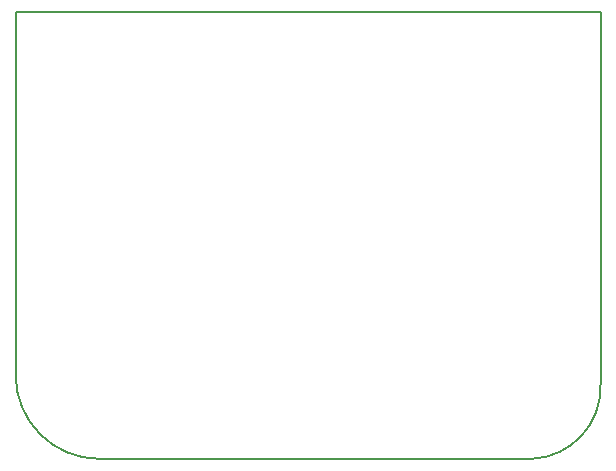
<source format=gm1>
G04 #@! TF.FileFunction,Profile,NP*
%FSLAX46Y46*%
G04 Gerber Fmt 4.6, Leading zero omitted, Abs format (unit mm)*
G04 Created by KiCad (PCBNEW 4.0.5) date Saturday, 25 March 2017 'PMt' 19:04:54*
%MOMM*%
%LPD*%
G01*
G04 APERTURE LIST*
%ADD10C,0.100000*%
%ADD11C,0.150000*%
G04 APERTURE END LIST*
D10*
D11*
X198120000Y-56134000D02*
X198120000Y-87630000D01*
X148590000Y-56134000D02*
X198120000Y-56134000D01*
X148590000Y-86868000D02*
X148590000Y-56134000D01*
X192278000Y-93980000D02*
X155702000Y-93980000D01*
X148590000Y-86868000D02*
G75*
G03X155702000Y-93980000I7112000J0D01*
G01*
X192278000Y-93980000D02*
G75*
G03X198120000Y-87630000I-254000J6096000D01*
G01*
M02*

</source>
